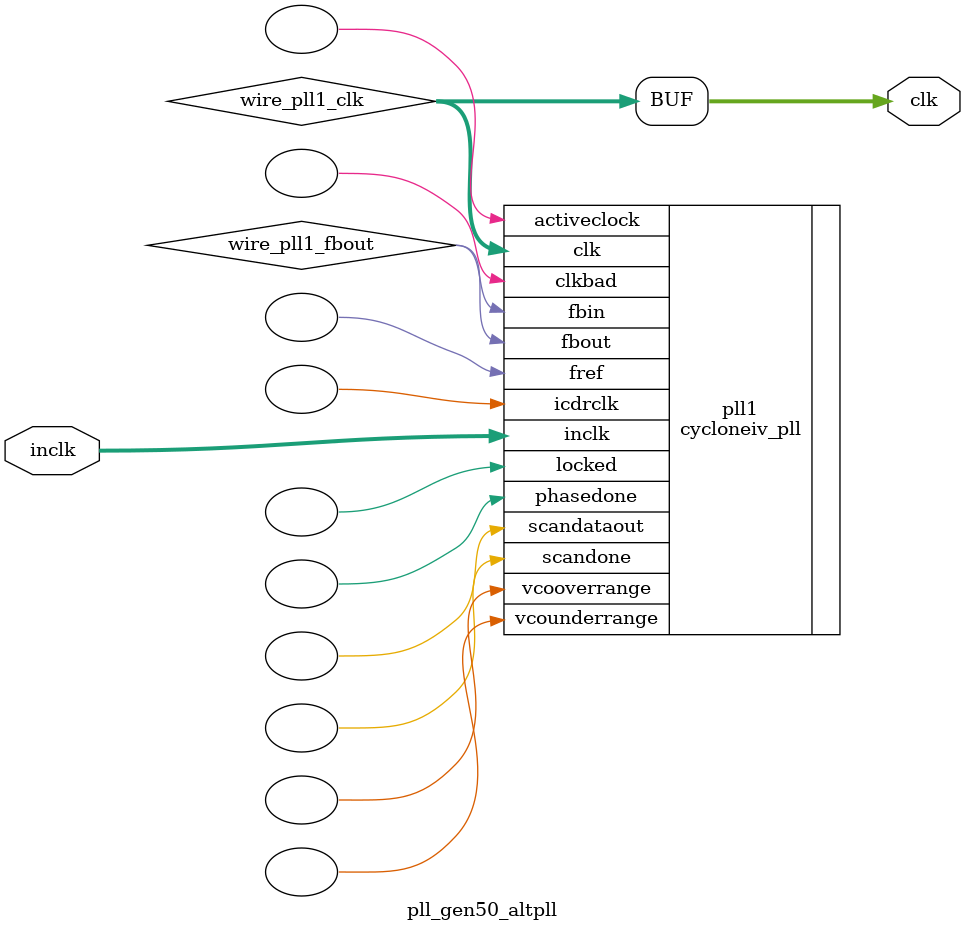
<source format=v>






//synthesis_resources = cycloneiv_pll 1 
//synopsys translate_off
`timescale 1 ps / 1 ps
//synopsys translate_on
module  pll_gen50_altpll
	( 
	clk,
	inclk) /* synthesis synthesis_clearbox=1 */;
	output   [4:0]  clk;
	input   [1:0]  inclk;
`ifndef ALTERA_RESERVED_QIS
// synopsys translate_off
`endif
	tri0   [1:0]  inclk;
`ifndef ALTERA_RESERVED_QIS
// synopsys translate_on
`endif

	wire  [4:0]   wire_pll1_clk;
	wire  wire_pll1_fbout;

	cycloneiv_pll   pll1
	( 
	.activeclock(),
	.clk(wire_pll1_clk),
	.clkbad(),
	.fbin(wire_pll1_fbout),
	.fbout(wire_pll1_fbout),
	.fref(),
	.icdrclk(),
	.inclk(inclk),
	.locked(),
	.phasedone(),
	.scandataout(),
	.scandone(),
	.vcooverrange(),
	.vcounderrange()
	`ifndef FORMAL_VERIFICATION
	// synopsys translate_off
	`endif
	,
	.areset(1'b0),
	.clkswitch(1'b0),
	.configupdate(1'b0),
	.pfdena(1'b1),
	.phasecounterselect({3{1'b0}}),
	.phasestep(1'b0),
	.phaseupdown(1'b0),
	.scanclk(1'b0),
	.scanclkena(1'b1),
	.scandata(1'b0)
	`ifndef FORMAL_VERIFICATION
	// synopsys translate_on
	`endif
	);
	defparam
		pll1.bandwidth_type = "auto",
		pll1.clk0_divide_by = 1,
		pll1.clk0_duty_cycle = 50,
		pll1.clk0_multiply_by = 1,
		pll1.clk0_phase_shift = "0",
		pll1.clk1_divide_by = 2,
		pll1.clk1_duty_cycle = 50,
		pll1.clk1_multiply_by = 5,
		pll1.clk1_phase_shift = "0",
		pll1.compensate_clock = "clk0",
		pll1.inclk0_input_frequency = 20000,
		pll1.operation_mode = "normal",
		pll1.pll_type = "auto",
		pll1.lpm_type = "cycloneiv_pll";
	assign
		clk = {wire_pll1_clk[4:0]};
endmodule //pll_gen50_altpll
//VALID FILE

</source>
